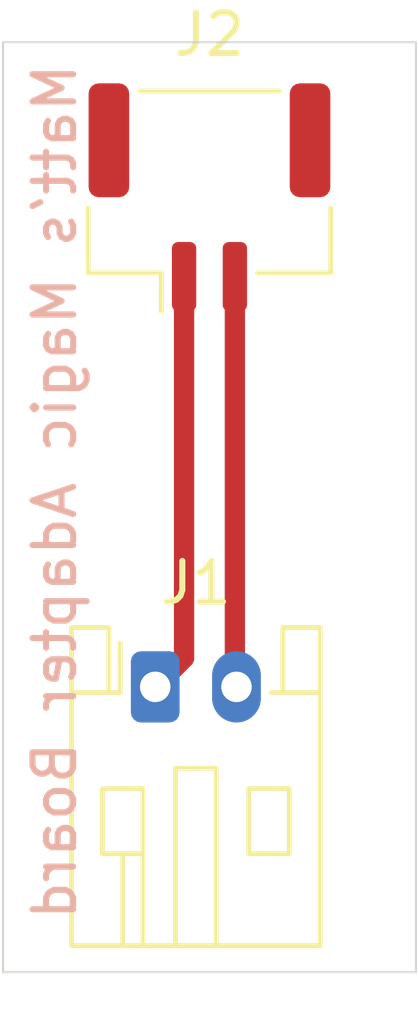
<source format=kicad_pcb>
(kicad_pcb (version 20171130) (host pcbnew "(5.1.8)-1")

  (general
    (thickness 1.6)
    (drawings 9)
    (tracks 4)
    (zones 0)
    (modules 2)
    (nets 3)
  )

  (page A4)
  (layers
    (0 F.Cu signal)
    (31 B.Cu signal)
    (32 B.Adhes user)
    (33 F.Adhes user)
    (34 B.Paste user)
    (35 F.Paste user)
    (36 B.SilkS user)
    (37 F.SilkS user)
    (38 B.Mask user)
    (39 F.Mask user)
    (40 Dwgs.User user)
    (41 Cmts.User user)
    (42 Eco1.User user)
    (43 Eco2.User user)
    (44 Edge.Cuts user)
    (45 Margin user)
    (46 B.CrtYd user)
    (47 F.CrtYd user)
    (48 B.Fab user)
    (49 F.Fab user)
  )

  (setup
    (last_trace_width 0.5)
    (user_trace_width 0.5)
    (trace_clearance 0.2)
    (zone_clearance 0.508)
    (zone_45_only no)
    (trace_min 0.2)
    (via_size 0.8)
    (via_drill 0.4)
    (via_min_size 0.4)
    (via_min_drill 0.3)
    (uvia_size 0.3)
    (uvia_drill 0.1)
    (uvias_allowed no)
    (uvia_min_size 0.2)
    (uvia_min_drill 0.1)
    (edge_width 0.05)
    (segment_width 0.2)
    (pcb_text_width 0.3)
    (pcb_text_size 1.5 1.5)
    (mod_edge_width 0.12)
    (mod_text_size 1 1)
    (mod_text_width 0.15)
    (pad_size 1.524 1.524)
    (pad_drill 0.762)
    (pad_to_mask_clearance 0)
    (aux_axis_origin 0 0)
    (visible_elements FFFFFF7F)
    (pcbplotparams
      (layerselection 0x010fc_ffffffff)
      (usegerberextensions false)
      (usegerberattributes true)
      (usegerberadvancedattributes true)
      (creategerberjobfile true)
      (excludeedgelayer true)
      (linewidth 0.100000)
      (plotframeref false)
      (viasonmask false)
      (mode 1)
      (useauxorigin false)
      (hpglpennumber 1)
      (hpglpenspeed 20)
      (hpglpendiameter 15.000000)
      (psnegative false)
      (psa4output false)
      (plotreference true)
      (plotvalue true)
      (plotinvisibletext false)
      (padsonsilk false)
      (subtractmaskfromsilk false)
      (outputformat 1)
      (mirror false)
      (drillshape 1)
      (scaleselection 1)
      (outputdirectory ""))
  )

  (net 0 "")
  (net 1 GND)
  (net 2 VCC)

  (net_class Default "This is the default net class."
    (clearance 0.2)
    (trace_width 0.25)
    (via_dia 0.8)
    (via_drill 0.4)
    (uvia_dia 0.3)
    (uvia_drill 0.1)
    (add_net GND)
    (add_net VCC)
  )

  (module Connector_JST:JST_GH_BM02B-GHS-TBT_1x02-1MP_P1.25mm_Vertical (layer F.Cu) (tedit 5B78AD87) (tstamp 5FADA73D)
    (at 118.11 82.55)
    (descr "JST GH series connector, BM02B-GHS-TBT (http://www.jst-mfg.com/product/pdf/eng/eGH.pdf), generated with kicad-footprint-generator")
    (tags "connector JST GH side entry")
    (path /5FAD93EB)
    (attr smd)
    (fp_text reference J2 (at 0 -4) (layer F.SilkS)
      (effects (font (size 1 1) (thickness 0.15)))
    )
    (fp_text value Conn_01x02 (at 0 4) (layer F.Fab)
      (effects (font (size 1 1) (thickness 0.15)))
    )
    (fp_text user %R (at 0 -1.5) (layer F.Fab)
      (effects (font (size 1 1) (thickness 0.15)))
    )
    (fp_line (start -2.875 1.75) (end 2.875 1.75) (layer F.Fab) (width 0.1))
    (fp_line (start -2.985 0.26) (end -2.985 1.86) (layer F.SilkS) (width 0.12))
    (fp_line (start -2.985 1.86) (end -1.185 1.86) (layer F.SilkS) (width 0.12))
    (fp_line (start -1.185 1.86) (end -1.185 2.8) (layer F.SilkS) (width 0.12))
    (fp_line (start 2.985 0.26) (end 2.985 1.86) (layer F.SilkS) (width 0.12))
    (fp_line (start 2.985 1.86) (end 1.185 1.86) (layer F.SilkS) (width 0.12))
    (fp_line (start -1.715 -2.61) (end 1.715 -2.61) (layer F.SilkS) (width 0.12))
    (fp_line (start -2.875 -2.5) (end 2.875 -2.5) (layer F.Fab) (width 0.1))
    (fp_line (start -2.875 1.75) (end -2.875 -2.5) (layer F.Fab) (width 0.1))
    (fp_line (start 2.875 1.75) (end 2.875 -2.5) (layer F.Fab) (width 0.1))
    (fp_line (start -0.875 -0.5) (end -0.875 0) (layer F.Fab) (width 0.1))
    (fp_line (start -0.875 0) (end -0.375 0) (layer F.Fab) (width 0.1))
    (fp_line (start -0.375 0) (end -0.375 -0.5) (layer F.Fab) (width 0.1))
    (fp_line (start -0.375 -0.5) (end -0.875 -0.5) (layer F.Fab) (width 0.1))
    (fp_line (start 0.375 -0.5) (end 0.375 0) (layer F.Fab) (width 0.1))
    (fp_line (start 0.375 0) (end 0.875 0) (layer F.Fab) (width 0.1))
    (fp_line (start 0.875 0) (end 0.875 -0.5) (layer F.Fab) (width 0.1))
    (fp_line (start 0.875 -0.5) (end 0.375 -0.5) (layer F.Fab) (width 0.1))
    (fp_line (start -3.48 -3.3) (end -3.48 3.3) (layer F.CrtYd) (width 0.05))
    (fp_line (start -3.48 3.3) (end 3.48 3.3) (layer F.CrtYd) (width 0.05))
    (fp_line (start 3.48 3.3) (end 3.48 -3.3) (layer F.CrtYd) (width 0.05))
    (fp_line (start 3.48 -3.3) (end -3.48 -3.3) (layer F.CrtYd) (width 0.05))
    (fp_line (start -1.125 1.75) (end -0.625 1.042893) (layer F.Fab) (width 0.1))
    (fp_line (start -0.625 1.042893) (end -0.125 1.75) (layer F.Fab) (width 0.1))
    (pad MP smd roundrect (at 2.475 -1.4) (size 1 2.8) (layers F.Cu F.Paste F.Mask) (roundrect_rratio 0.25))
    (pad MP smd roundrect (at -2.475 -1.4) (size 1 2.8) (layers F.Cu F.Paste F.Mask) (roundrect_rratio 0.25))
    (pad 2 smd roundrect (at 0.625 1.95) (size 0.6 1.7) (layers F.Cu F.Paste F.Mask) (roundrect_rratio 0.25)
      (net 1 GND))
    (pad 1 smd roundrect (at -0.625 1.95) (size 0.6 1.7) (layers F.Cu F.Paste F.Mask) (roundrect_rratio 0.25)
      (net 2 VCC))
    (model ${KISYS3DMOD}/Connector_JST.3dshapes/JST_GH_BM02B-GHS-TBT_1x02-1MP_P1.25mm_Vertical.wrl
      (at (xyz 0 0 0))
      (scale (xyz 1 1 1))
      (rotate (xyz 0 0 0))
    )
  )

  (module Connector_JST:JST_PH_S2B-PH-K_1x02_P2.00mm_Horizontal (layer F.Cu) (tedit 5B7745C6) (tstamp 5FADA71C)
    (at 116.775001 94.585001)
    (descr "JST PH series connector, S2B-PH-K (http://www.jst-mfg.com/product/pdf/eng/ePH.pdf), generated with kicad-footprint-generator")
    (tags "connector JST PH top entry")
    (path /5FAD8587)
    (fp_text reference J1 (at 1 -2.55) (layer F.SilkS)
      (effects (font (size 1 1) (thickness 0.15)))
    )
    (fp_text value Conn_01x02 (at 1 7.45) (layer F.Fab)
      (effects (font (size 1 1) (thickness 0.15)))
    )
    (fp_text user %R (at 1 2.5) (layer F.Fab)
      (effects (font (size 1 1) (thickness 0.15)))
    )
    (fp_line (start -0.86 0.14) (end -1.14 0.14) (layer F.SilkS) (width 0.12))
    (fp_line (start -1.14 0.14) (end -1.14 -1.46) (layer F.SilkS) (width 0.12))
    (fp_line (start -1.14 -1.46) (end -2.06 -1.46) (layer F.SilkS) (width 0.12))
    (fp_line (start -2.06 -1.46) (end -2.06 6.36) (layer F.SilkS) (width 0.12))
    (fp_line (start -2.06 6.36) (end 4.06 6.36) (layer F.SilkS) (width 0.12))
    (fp_line (start 4.06 6.36) (end 4.06 -1.46) (layer F.SilkS) (width 0.12))
    (fp_line (start 4.06 -1.46) (end 3.14 -1.46) (layer F.SilkS) (width 0.12))
    (fp_line (start 3.14 -1.46) (end 3.14 0.14) (layer F.SilkS) (width 0.12))
    (fp_line (start 3.14 0.14) (end 2.86 0.14) (layer F.SilkS) (width 0.12))
    (fp_line (start 0.5 6.36) (end 0.5 2) (layer F.SilkS) (width 0.12))
    (fp_line (start 0.5 2) (end 1.5 2) (layer F.SilkS) (width 0.12))
    (fp_line (start 1.5 2) (end 1.5 6.36) (layer F.SilkS) (width 0.12))
    (fp_line (start -2.06 0.14) (end -1.14 0.14) (layer F.SilkS) (width 0.12))
    (fp_line (start 4.06 0.14) (end 3.14 0.14) (layer F.SilkS) (width 0.12))
    (fp_line (start -1.3 2.5) (end -1.3 4.1) (layer F.SilkS) (width 0.12))
    (fp_line (start -1.3 4.1) (end -0.3 4.1) (layer F.SilkS) (width 0.12))
    (fp_line (start -0.3 4.1) (end -0.3 2.5) (layer F.SilkS) (width 0.12))
    (fp_line (start -0.3 2.5) (end -1.3 2.5) (layer F.SilkS) (width 0.12))
    (fp_line (start 3.3 2.5) (end 3.3 4.1) (layer F.SilkS) (width 0.12))
    (fp_line (start 3.3 4.1) (end 2.3 4.1) (layer F.SilkS) (width 0.12))
    (fp_line (start 2.3 4.1) (end 2.3 2.5) (layer F.SilkS) (width 0.12))
    (fp_line (start 2.3 2.5) (end 3.3 2.5) (layer F.SilkS) (width 0.12))
    (fp_line (start -0.3 4.1) (end -0.3 6.36) (layer F.SilkS) (width 0.12))
    (fp_line (start -0.8 4.1) (end -0.8 6.36) (layer F.SilkS) (width 0.12))
    (fp_line (start -2.45 -1.85) (end -2.45 6.75) (layer F.CrtYd) (width 0.05))
    (fp_line (start -2.45 6.75) (end 4.45 6.75) (layer F.CrtYd) (width 0.05))
    (fp_line (start 4.45 6.75) (end 4.45 -1.85) (layer F.CrtYd) (width 0.05))
    (fp_line (start 4.45 -1.85) (end -2.45 -1.85) (layer F.CrtYd) (width 0.05))
    (fp_line (start -1.25 0.25) (end -1.25 -1.35) (layer F.Fab) (width 0.1))
    (fp_line (start -1.25 -1.35) (end -1.95 -1.35) (layer F.Fab) (width 0.1))
    (fp_line (start -1.95 -1.35) (end -1.95 6.25) (layer F.Fab) (width 0.1))
    (fp_line (start -1.95 6.25) (end 3.95 6.25) (layer F.Fab) (width 0.1))
    (fp_line (start 3.95 6.25) (end 3.95 -1.35) (layer F.Fab) (width 0.1))
    (fp_line (start 3.95 -1.35) (end 3.25 -1.35) (layer F.Fab) (width 0.1))
    (fp_line (start 3.25 -1.35) (end 3.25 0.25) (layer F.Fab) (width 0.1))
    (fp_line (start 3.25 0.25) (end -1.25 0.25) (layer F.Fab) (width 0.1))
    (fp_line (start -0.86 0.14) (end -0.86 -1.075) (layer F.SilkS) (width 0.12))
    (fp_line (start 0 0.875) (end -0.5 1.375) (layer F.Fab) (width 0.1))
    (fp_line (start -0.5 1.375) (end 0.5 1.375) (layer F.Fab) (width 0.1))
    (fp_line (start 0.5 1.375) (end 0 0.875) (layer F.Fab) (width 0.1))
    (pad 2 thru_hole oval (at 2 0) (size 1.2 1.75) (drill 0.75) (layers *.Cu *.Mask)
      (net 1 GND))
    (pad 1 thru_hole roundrect (at 0 0) (size 1.2 1.75) (drill 0.75) (layers *.Cu *.Mask) (roundrect_rratio 0.208333)
      (net 2 VCC))
    (model ${KISYS3DMOD}/Connector_JST.3dshapes/JST_PH_S2B-PH-K_1x02_P2.00mm_Horizontal.wrl
      (at (xyz 0 0 0))
      (scale (xyz 1 1 1))
      (rotate (xyz 0 0 0))
    )
  )

  (gr_text "Matt's Magic Adapter Board " (at 114.3 90.17 90) (layer B.SilkS)
    (effects (font (size 1 1) (thickness 0.15)) (justify mirror))
  )
  (gr_line (start 123.19 101.6) (end 113.03 101.6) (layer Edge.Cuts) (width 0.05) (tstamp 5FADA8A9))
  (gr_line (start 123.19 78.74) (end 123.19 101.6) (layer Edge.Cuts) (width 0.05))
  (gr_line (start 113.03 78.74) (end 123.19 78.74) (layer Edge.Cuts) (width 0.05))
  (gr_line (start 113.03 101.6) (end 113.03 78.74) (layer Edge.Cuts) (width 0.05))
  (gr_line (start 123.19 101.6) (end 113.03 101.6) (layer Dwgs.User) (width 0.15) (tstamp 5FADA8A8))
  (gr_line (start 123.19 78.74) (end 123.19 101.6) (layer Dwgs.User) (width 0.15))
  (gr_line (start 113.03 78.74) (end 123.19 78.74) (layer Dwgs.User) (width 0.15))
  (gr_line (start 113.03 101.6) (end 113.03 78.74) (layer Dwgs.User) (width 0.15))

  (segment (start 118.735 94.545) (end 118.775001 94.585001) (width 0.5) (layer F.Cu) (net 1))
  (segment (start 118.735 84.5) (end 118.735 94.545) (width 0.5) (layer F.Cu) (net 1))
  (segment (start 117.485 93.875002) (end 116.775001 94.585001) (width 0.5) (layer F.Cu) (net 2))
  (segment (start 117.485 84.5) (end 117.485 93.875002) (width 0.5) (layer F.Cu) (net 2))

)

</source>
